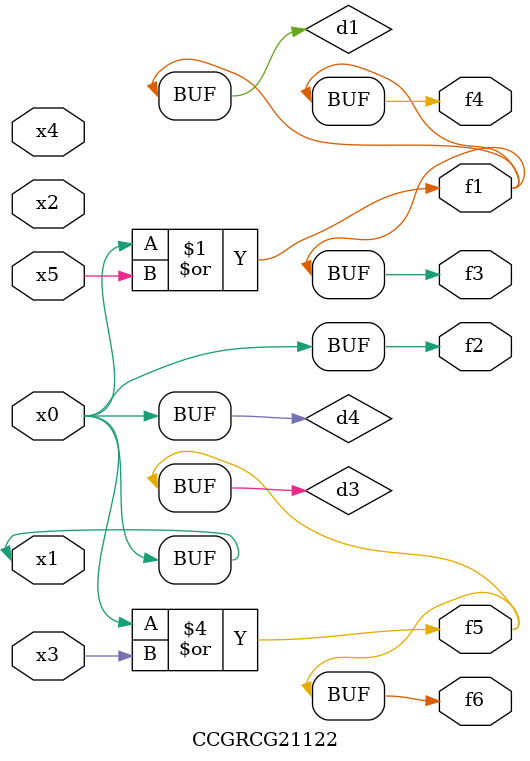
<source format=v>
module CCGRCG21122(
	input x0, x1, x2, x3, x4, x5,
	output f1, f2, f3, f4, f5, f6
);

	wire d1, d2, d3, d4;

	or (d1, x0, x5);
	xnor (d2, x1, x4);
	or (d3, x0, x3);
	buf (d4, x0, x1);
	assign f1 = d1;
	assign f2 = d4;
	assign f3 = d1;
	assign f4 = d1;
	assign f5 = d3;
	assign f6 = d3;
endmodule

</source>
